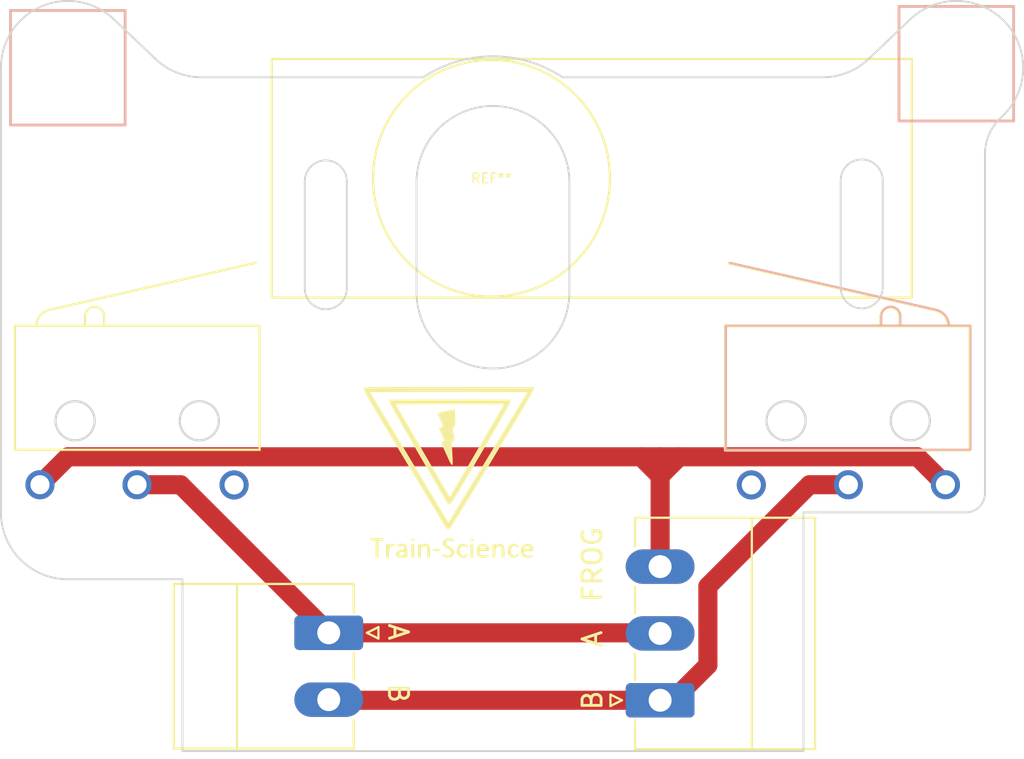
<source format=kicad_pcb>
(kicad_pcb (version 20240108) (generator "pcbnew") (generator_version "8.0")
  (layers (0 "F.Cu" signal) (31 "B.Cu" signal) (34 "B.Paste" user) (35 "F.Paste" user) (36 "B.SilkS" user "B.Silkscreen") (37 "F.SilkS" user "F.Silkscreen") (38 "B.Mask" user) (39 "F.Mask" user) (44 "Edge.Cuts" user))
  (net 0 "")
  (net 1 "/B")
  (net 2 "/COM")
  (net 3 "/A")
  (footprint "Connector_Phoenix_MC:PhoenixContact_MC_1,5_3-G-3.5_1x03_P3.50mm_Horizontal" (layer "F.Cu") (at 136.5 99.338 90)
    (property "Reference" "J1" (hide yes))
    (property "Value" "Screw_Terminal_01x03")
    (fp_line (start 0.3 -2.6) (end 0 -2) (stroke (width 0.12)) (layer "F.SilkS"))
    (fp_line (start -0.3 -2.6) (end 0.3 -2.6) (stroke (width 0.12)) (layer "F.SilkS"))
    (fp_line (start 0 -2) (end -0.3 -2.6) (stroke (width 0.12)) (layer "F.SilkS"))
    (fp_line (start 9.56 -1.31) (end 8.05 -1.31) (stroke (width 0.12)) (layer "F.SilkS"))
    (fp_line (start 4.55 -1.31) (end 5.95 -1.31) (stroke (width 0.12)) (layer "F.SilkS"))
    (fp_line (start 1.05 -1.31) (end 2.45 -1.31) (stroke (width 0.12)) (layer "F.SilkS"))
    (fp_line (start -2.56 -1.31) (end -1.05 -1.31) (stroke (width 0.12)) (layer "F.SilkS"))
    (fp_line (start -2.56 -1.31) (end -2.56 8.11) (stroke (width 0.12)) (layer "F.SilkS"))
    (fp_line (start -2.56 4.8) (end 9.56 4.8) (stroke (width 0.12)) (layer "F.SilkS"))
    (fp_line (start 9.56 8.11) (end 9.56 -1.31) (stroke (width 0.12)) (layer "F.SilkS"))
    (fp_line (start -2.56 8.11) (end 9.56 8.11) (stroke (width 0.12)) (layer "F.SilkS"))
    (pad "1" thru_hole roundrect (at 0 0 90) (size 1.8 3.6) (drill 1.2) (layers "*.Cu" "*.Mask") (roundrect_rratio 0.1388888889) (net 1 "/B"))
    (pad "2" thru_hole oval (at 3.5 0 90) (size 1.8 3.6) (drill 1.2) (layers "*.Cu" "*.Mask") (net 3 "/A"))
    (pad "3" thru_hole oval (at 7 0 90) (size 1.8 3.6) (drill 1.2) (layers "*.Cu" "*.Mask") (net 2 "/COM"))
  )
  (footprint "custom_kicad_lib_sk:mg90s" (layer "F.Cu") (at 127.674 72.5)
    (property "Reference" "REF**" (at 0 -0.5 0) (layer "F.SilkS") (effects (font (size 0.5 0.5) (thickness 0.075))))
    (property "Value" "mg90s")
    (fp_rect (start 22 -6.75) (end -11.5 5.75) (stroke (width 0.12)) (fill none) (layer "F.SilkS"))
    (fp_circle (center 0 -0.5) (end 6.1 0.6) (stroke (width 0.12)) (fill none) (layer "F.SilkS"))
  )
  (footprint "MountingHole:MountingHole_3.2mm_M3" (layer "F.Cu") (at 152 66.213)
    (property "Reference" "REF**" (hide yes))
    (property "Value" "MountingHole_3.2mm_M3")
    (pad "" np_thru_hole circle (at 0 0) (size 3.2 3.2) (drill 3.2) (layers "*.Cu" "*.Mask"))
  )
  (footprint "MountingHole:MountingHole_3.2mm_M3" (layer "F.Cu") (at 105.5 66.213)
    (property "Reference" "REF**" (hide yes))
    (property "Value" "MountingHole_3.2mm_M3")
    (pad "" np_thru_hole circle (at 0 0) (size 3.2 3.2) (drill 3.2) (layers "F&B.Cu" "*.Mask"))
  )
  (footprint "custom_kicad_lib_sk:limitSwitch" (layer "F.Cu") (at 109.122 87.5)
    (property "Reference" "SW502" (hide yes))
    (property "Value" "SW_SPDT" (hide yes))
    (fp_line (start -2.720099 -8.269901) (end -2.72 -7.78) (stroke (width 0.12)) (layer "F.SilkS"))
    (fp_line (start -1.719901 -8.269901) (end -1.72 -7.78) (stroke (width 0.12)) (layer "F.SilkS"))
    (fp_line (start 6.2 -11.07) (end -4.647619 -8.596171) (stroke (width 0.12)) (layer "F.SilkS"))
    (fp_rect (start 6.41 -1.28) (end -6.39 -7.78) (stroke (width 0.12)) (fill none) (layer "F.SilkS"))
    (fp_arc (start -5.259999 -7.79) (mid -5.086909 -8.294191) (end -4.647619 -8.596171) (stroke (width 0.12)) (layer "F.SilkS"))
    (fp_arc (start -2.720099 -8.269901) (mid -2.22 -8.77) (end -1.719901 -8.269901) (stroke (width 0.12)) (layer "F.SilkS"))
    (fp_circle (center -3.24 -2.8) (end -2.215 -2.8) (stroke (width 0.12)) (fill none) (layer "Edge.Cuts"))
    (fp_circle (center 3.26 -2.8) (end 4.285 -2.8) (stroke (width 0.12)) (fill none) (layer "Edge.Cuts"))
    (pad "1" thru_hole circle (at 5.08 0.56) (size 1.524 1.524) (drill 1) (layers "*.Cu" "*.Mask"))
    (pad "2" thru_hole circle (at -5.08 0.55) (size 1.524 1.524) (drill 1) (layers "*.Cu" "*.Mask") (net 2 "/COM"))
    (pad "3" thru_hole circle (at 0 0.55) (size 1.524 1.524) (drill 1) (layers "*.Cu" "*.Mask") (net 3 "/A"))
  )
  (footprint "Connector_Phoenix_MC:PhoenixContact_MC_1,5_2-G-3.5_1x02_P3.50mm_Horizontal" (layer "F.Cu") (at 119.156 95.806 -90)
    (property "Reference" "J2" (hide yes))
    (property "Value" "Screw_Terminal_01x02")
    (fp_line (start -2.56 8.11) (end 6.06 8.11) (stroke (width 0.12)) (layer "F.SilkS"))
    (fp_line (start 6.06 8.11) (end 6.06 -1.31) (stroke (width 0.12)) (layer "F.SilkS"))
    (fp_line (start -2.56 4.8) (end 6.06 4.8) (stroke (width 0.12)) (layer "F.SilkS"))
    (fp_line (start -2.56 -1.31) (end -2.56 8.11) (stroke (width 0.12)) (layer "F.SilkS"))
    (fp_line (start -2.56 -1.31) (end -1.05 -1.31) (stroke (width 0.12)) (layer "F.SilkS"))
    (fp_line (start 1.05 -1.31) (end 2.45 -1.31) (stroke (width 0.12)) (layer "F.SilkS"))
    (fp_line (start 6.06 -1.31) (end 4.55 -1.31) (stroke (width 0.12)) (layer "F.SilkS"))
    (fp_line (start 0 -2) (end -0.3 -2.6) (stroke (width 0.12)) (layer "F.SilkS"))
    (fp_line (start -0.3 -2.6) (end 0.3 -2.6) (stroke (width 0.12)) (layer "F.SilkS"))
    (fp_line (start 0.3 -2.6) (end 0 -2) (stroke (width 0.12)) (layer "F.SilkS"))
    (pad "1" thru_hole roundrect (at 0 0 270) (size 1.8 3.6) (drill 1.2) (layers "*.Cu" "*.Mask") (roundrect_rratio 0.1388888889) (net 3 "/A"))
    (pad "2" thru_hole oval (at 3.5 0 270) (size 1.8 3.6) (drill 1.2) (layers "*.Cu" "*.Mask") (net 1 "/B"))
  )
  (footprint "custom_kicad_lib_sk:Train-Science logo small" (layer "F.Cu") (at 125.5 87.5)
    (property "Reference" "G***" (hide yes))
    (property "Value" "LOGO" (hide yes))
    (fp_poly (pts (xy -1.867174 4.3782) (xy -2.028137 4.3782) (xy -2.028137 3.637769) (xy -1.867174 3.637769)) (fill solid) (layer "F.SilkS"))
    (fp_poly (pts (xy 1.223321 4.3782) (xy 1.062357 4.3782) (xy 1.062357 3.637769) (xy 1.223321 3.637769)) (fill solid) (layer "F.SilkS"))
    (fp_poly (pts (xy -1.879051 3.365565) (xy -1.85507 3.397528) (xy -1.848957 3.467248) (xy -1.897497 3.5033) (xy -1.951794 3.508999) (xy -2.01104 3.497959) (xy -2.024208 3.453786) (xy -2.022328 3.436565) (xy -1.991057 3.378361) (xy -1.934811 3.352714)) (fill solid) (layer "F.SilkS"))
    (fp_poly (pts (xy 1.211443 3.365565) (xy 1.235424 3.397528) (xy 1.241537 3.467248) (xy 1.192998 3.5033) (xy 1.1387 3.508999) (xy 1.079454 3.497959) (xy 1.066286 3.453786) (xy 1.068167 3.436565) (xy 1.099438 3.378361) (xy 1.155683 3.352714)) (fill solid) (layer "F.SilkS"))
    (fp_poly (pts (xy -0.612737 3.9006) (xy -0.533283 3.922266) (xy -0.490713 3.961014) (xy -0.488845 3.967744) (xy -0.490951 3.998166) (xy -0.520453 4.01526) (xy -0.590351 4.022672) (xy -0.689781 4.024081) (xy -0.808268 4.020841) (xy -0.874379 4.009353) (xy -0.899883 3.986965) (xy -0.901394 3.976406) (xy -0.873403 3.933919) (xy -0.802697 3.906845) (xy -0.709175 3.895599)) (fill solid) (layer "F.SilkS"))
    (fp_poly (pts (xy -3.669632 3.34866) (xy -3.559722 3.351709) (xy -3.492918 3.358945) (xy -3.458582 3.372129) (xy -3.446076 3.393024) (xy -3.444613 3.412421) (xy -3.454092 3.452657) (xy -3.493451 3.471683) (xy -3.579073 3.476782) (xy -3.58948 3.476806) (xy -3.734347 3.476806) (xy -3.734347 4.3782) (xy -3.89531 4.3782) (xy -3.89531 3.480334) (xy -4.047936 3.470522) (xy -4.148526 3.457408) (xy -4.198923 3.431105) (xy -4.21126 3.404373) (xy -4.210399 3.380588) (xy -4.190335 3.364589) (xy -4.140901 3.354863) (xy -4.051928 3.349892) (xy -3.91325 3.348161) (xy -3.833286 3.348036)) (fill solid) (layer "F.SilkS"))
    (fp_poly (pts (xy -3.20706 3.649174) (xy -3.187072 3.671095) (xy -3.167366 3.687977) (xy -3.124803 3.671095) (xy -3.032476 3.639196) (xy -2.952967 3.641074) (xy -2.904379 3.674259) (xy -2.897338 3.702155) (xy -2.912873 3.749633) (xy -2.970283 3.766013) (xy -2.992091 3.76654) (xy -3.08017 3.784752) (xy -3.139695 3.843818) (xy -3.1741 3.950385) (xy -3.18682 4.1111) (xy -3.187072 4.143919) (xy -3.188151 4.264488) (xy -3.194538 4.33444) (xy -3.210963 4.367539) (xy -3.242154 4.377549) (xy -3.267554 4.3782) (xy -3.348035 4.3782) (xy -3.348035 3.637769) (xy -3.267554 3.637769)) (fill solid) (layer "F.SilkS"))
    (fp_poly (pts (xy 3.456146 3.654371) (xy 3.543105 3.697368) (xy 3.592791 3.756548) (xy 3.594178 3.814197) (xy 3.572895 3.852981) (xy 3.542199 3.843557) (xy 3.513841 3.819211) (xy 3.424501 3.7745) (xy 3.322943 3.773442) (xy 3.238538 3.81626) (xy 3.237661 3.817129) (xy 3.201357 3.890078) (xy 3.187495 3.994878) (xy 3.196074 4.103032) (xy 3.227095 4.186043) (xy 3.237661 4.198841) (xy 3.321639 4.242246) (xy 3.423161 4.241772) (xy 3.512857 4.197642) (xy 3.513841 4.196759) (xy 3.559116 4.162129) (xy 3.582547 4.174932) (xy 3.594178 4.201773) (xy 3.589623 4.267108) (xy 3.534669 4.324764) (xy 3.443265 4.364981) (xy 3.341993 4.3782) (xy 3.23693 4.364144) (xy 3.150524 4.312169) (xy 3.116435 4.280323) (xy 3.06227 4.220957) (xy 3.03476 4.166703) (xy 3.027277 4.094215) (xy 3.032787 3.985733) (xy 3.063239 3.823108) (xy 3.128926 3.713042) (xy 3.232557 3.652527) (xy 3.346264 3.637769)) (fill solid) (layer "F.SilkS"))
    (fp_poly (pts (xy 0.784156 3.654371) (xy 0.871115 3.697368) (xy 0.920801 3.756548) (xy 0.922188 3.814197) (xy 0.900905 3.852981) (xy 0.870209 3.843557) (xy 0.841851 3.819211) (xy 0.752511 3.7745) (xy 0.650954 3.773442) (xy 0.566548 3.81626) (xy 0.565671 3.817129) (xy 0.529974 3.888454) (xy 0.515171 3.998249) (xy 0.515082 4.007985) (xy 0.527932 4.119813) (xy 0.562192 4.195116) (xy 0.565671 4.198841) (xy 0.649649 4.242246) (xy 0.751171 4.241772) (xy 0.840868 4.197642) (xy 0.841851 4.196759) (xy 0.887126 4.162129) (xy 0.910558 4.174932) (xy 0.922188 4.201773) (xy 0.917633 4.267108) (xy 0.862679 4.324764) (xy 0.771275 4.364981) (xy 0.670003 4.3782) (xy 0.56494 4.364144) (xy 0.478534 4.312169) (xy 0.444446 4.280323) (xy 0.39028 4.220957) (xy 0.36277 4.166703) (xy 0.355287 4.094215) (xy 0.360798 3.985733) (xy 0.391249 3.823108) (xy 0.456936 3.713042) (xy 0.560567 3.652527) (xy 0.674274 3.637769)) (fill solid) (layer "F.SilkS"))
    (fp_poly (pts (xy -2.40532 3.645768) (xy -2.326525 3.67613) (xy -2.275297 3.738404) (xy -2.245189 3.842138) (xy -2.22975 3.996881) (xy -2.226439 4.069661) (xy -2.215488 4.366149) (xy -2.45432 4.371021) (xy -2.611055 4.367821) (xy -2.715337 4.349617) (xy -2.763052 4.326932) (xy -2.817997 4.253657) (xy -2.8318 4.157537) (xy -2.826579 4.141434) (xy -2.663371 4.141434) (xy -2.661178 4.198977) (xy -2.617211 4.235887) (xy -2.541587 4.248708) (xy -2.462907 4.236034) (xy -2.420887 4.210799) (xy -2.387663 4.147033) (xy -2.382256 4.110009) (xy -2.391113 4.070273) (xy -2.429399 4.05887) (xy -2.5002 4.066989) (xy -2.611613 4.096669) (xy -2.663371 4.141434) (xy -2.826579 4.141434) (xy -2.80241 4.066887) (xy -2.783578 4.04369) (xy -2.714915 4.000608) (xy -2.611053 3.960717) (xy -2.500848 3.933723) (xy -2.438593 3.927683) (xy -2.39073 3.905832) (xy -2.389171 3.848663) (xy -2.411779 3.801951) (xy -2.44845 3.775964) (xy -2.522247 3.768689) (xy -2.620538 3.77548) (xy -2.726931 3.782973) (xy -2.782746 3.776184) (xy -2.800575 3.753278) (xy -2.80076 3.74925) (xy -2.770723 3.693209) (xy -2.685633 3.655257) (xy -2.553023 3.638364) (xy -2.518132 3.637769)) (fill solid) (layer "F.SilkS"))
    (fp_poly (pts (xy 0.08045 3.363771) (xy 0.163476 3.40824) (xy 0.193154 3.477335) (xy 0.193156 3.477939) (xy 0.170182 3.528914) (xy 0.121334 3.539789) (xy 0.080482 3.508999) (xy 0.032611 3.483439) (xy -0.047363 3.477888) (xy -0.130866 3.490818) (xy -0.189325 3.520703) (xy -0.191874 3.52355) (xy -0.21804 3.596183) (xy -0.180966 3.673245) (xy -0.081544 3.753443) (xy -0.004028 3.796699) (xy 0.136108 3.882305) (xy 0.216714 3.971193) (xy 0.24249 4.071135) (xy 0.223825 4.173564) (xy 0.164082 4.275535) (xy 0.095495 4.330471) (xy -0.018443 4.366535) (xy -0.150995 4.376193) (xy -0.274362 4.359597) (xy -0.346956 4.328086) (xy -0.40363 4.272052) (xy -0.419312 4.22251) (xy -0.394108 4.195068) (xy -0.346071 4.199064) (xy -0.197064 4.233359) (xy -0.075009 4.242002) (xy 0.005829 4.224264) (xy 0.015788 4.217493) (xy 0.061853 4.14537) (xy 0.055341 4.062595) (xy 0.002818 3.983964) (xy -0.089151 3.924271) (xy -0.119083 3.913566) (xy -0.188092 3.877866) (xy -0.269912 3.816568) (xy -0.288095 3.800264) (xy -0.365715 3.694707) (xy -0.385703 3.587357) (xy -0.353625 3.488715) (xy -0.27505 3.409279) (xy -0.155545 3.359551) (xy -0.048289 3.348036)) (fill solid) (layer "F.SilkS"))
    (fp_poly (pts (xy -1.179743 3.652213) (xy -1.106639 3.700519) (xy -1.060135 3.79015) (xy -1.036075 3.928568) (xy -1.030165 4.092808) (xy -1.03083 4.228722) (xy -1.035174 4.312734) (xy -1.046716 4.357328) (xy -1.068976 4.374987) (xy -1.105476 4.378194) (xy -1.110646 4.3782) (xy -1.150723 4.375415) (xy -1.174641 4.358257) (xy -1.186568 4.313522) (xy -1.190674 4.228007) (xy -1.191128 4.123292) (xy -1.193501 3.995739) (xy -1.199781 3.889366) (xy -1.208712 3.82384) (xy -1.210669 3.817462) (xy -1.256725 3.775444) (xy -1.33462 3.771399) (xy -1.424149 3.805399) (xy -1.441506 3.816654) (xy -1.477783 3.84892) (xy -1.499291 3.893461) (xy -1.50977 3.966262) (xy -1.512958 4.083304) (xy -1.513054 4.122485) (xy -1.513927 4.249664) (xy -1.519311 4.325642) (xy -1.533355 4.363601) (xy -1.560209 4.376724) (xy -1.593536 4.3782) (xy -1.674018 4.3782) (xy -1.674018 4.007985) (xy -1.67363 3.849262) (xy -1.670933 3.743962) (xy -1.663621 3.681124) (xy -1.649392 3.649787) (xy -1.625943 3.638988) (xy -1.596219 3.637769) (xy -1.53075 3.652507) (xy -1.503665 3.67801) (xy -1.482168 3.702107) (xy -1.446255 3.67801) (xy -1.387205 3.651219) (xy -1.298048 3.63805) (xy -1.283604 3.637769)) (fill solid) (layer "F.SilkS"))
    (fp_poly (pts (xy 1.874086 3.665419) (xy 1.97554 3.737669) (xy 2.042702 3.838471) (xy 2.06033 3.925027) (xy 2.06033 4.024081) (xy 1.802788 4.024081) (xy 1.674253 4.025517) (xy 1.597198 4.031892) (xy 1.558746 4.046313) (xy 1.54602 4.071882) (xy 1.545247 4.086167) (xy 1.568914 4.17496) (xy 1.641552 4.227168) (xy 1.76562 4.244072) (xy 1.841189 4.240295) (xy 1.949653 4.233706) (xy 2.007504 4.2403) (xy 2.027535 4.262067) (xy 2.028137 4.269376) (xy 1.999657 4.321331) (xy 1.925454 4.357024) (xy 1.822384 4.375338) (xy 1.707304 4.375154) (xy 1.597069 4.355354) (xy 1.508536 4.31482) (xy 1.495586 4.304705) (xy 1.430456 4.223779) (xy 1.397139 4.110586) (xy 1.393087 4.07989) (xy 1.397067 3.908) (xy 1.412373 3.869557) (xy 1.545247 3.869557) (xy 1.574363 3.883662) (xy 1.649466 3.893017) (xy 1.722307 3.895311) (xy 1.819283 3.891076) (xy 1.883595 3.880152) (xy 1.899366 3.869557) (xy 1.87055 3.814477) (xy 1.797044 3.776712) (xy 1.722307 3.76654) (xy 1.627639 3.783306) (xy 1.562731 3.826073) (xy 1.545247 3.869557) (xy 1.412373 3.869557) (xy 1.449928 3.775233) (xy 1.548716 3.685192) (xy 1.690478 3.641482) (xy 1.755377 3.637769)) (fill solid) (layer "F.SilkS"))
    (fp_poly (pts (xy 2.715567 3.652213) (xy 2.788671 3.700519) (xy 2.835175 3.79015) (xy 2.859236 3.928568) (xy 2.865146 4.092808) (xy 2.86448 4.228722) (xy 2.860137 4.312734) (xy 2.848595 4.357328) (xy 2.826334 4.374987) (xy 2.789834 4.378194) (xy 2.784664 4.3782) (xy 2.744587 4.375415) (xy 2.72067 4.358257) (xy 2.708742 4.313522) (xy 2.704637 4.228007) (xy 2.704183 4.123292) (xy 2.70181 3.995739) (xy 2.69553 3.889366) (xy 2.686599 3.82384) (xy 2.684642 3.817462) (xy 2.638586 3.775444) (xy 2.56069 3.771399) (xy 2.471162 3.805399) (xy 2.453804 3.816654) (xy 2.417528 3.84892) (xy 2.396019 3.893461) (xy 2.385541 3.966262) (xy 2.382352 4.083304) (xy 2.382256 4.122485) (xy 2.381383 4.249664) (xy 2.375999 4.325642) (xy 2.361955 4.363601) (xy 2.335101 4.376724) (xy 2.301774 4.3782) (xy 2.221293 4.3782) (xy 2.221293 4.007985) (xy 2.22168 3.849262) (xy 2.224378 3.743962) (xy 2.231689 3.681124) (xy 2.245918 3.649787) (xy 2.269368 3.638988) (xy 2.299092 3.637769) (xy 2.364561 3.652507) (xy 2.391646 3.67801) (xy 2.413142 3.702107) (xy 2.449056 3.67801) (xy 2.508105 3.651219) (xy 2.597263 3.63805) (xy 2.611707 3.637769)) (fill solid) (layer "F.SilkS"))
    (fp_poly (pts (xy 4.191957 3.665419) (xy 4.293411 3.737669) (xy 4.360573 3.838471) (xy 4.3782 3.925027) (xy 4.3782 4.024081) (xy 4.120659 4.024081) (xy 3.992123 4.025517) (xy 3.915069 4.031892) (xy 3.876617 4.046313) (xy 3.86389 4.071882) (xy 3.863118 4.086167) (xy 3.886785 4.17496) (xy 3.959423 4.227168) (xy 4.083491 4.244072) (xy 4.15906 4.240295) (xy 4.267524 4.233706) (xy 4.325375 4.2403) (xy 4.345405 4.262067) (xy 4.346008 4.269376) (xy 4.317527 4.321331) (xy 4.243324 4.357024) (xy 4.140255 4.375338) (xy 4.025174 4.375154) (xy 3.91494 4.355354) (xy 3.826407 4.31482) (xy 3.813457 4.304705) (xy 3.748327 4.223779) (xy 3.71501 4.110586) (xy 3.710957 4.07989) (xy 3.714938 3.908) (xy 3.730244 3.869557) (xy 3.863118 3.869557) (xy 3.892233 3.883662) (xy 3.967337 3.893017) (xy 4.040178 3.895311) (xy 4.137154 3.891076) (xy 4.201466 3.880152) (xy 4.217237 3.869557) (xy 4.188421 3.814477) (xy 4.114915 3.776712) (xy 4.040178 3.76654) (xy 3.945509 3.783306) (xy 3.880602 3.826073) (xy 3.863118 3.869557) (xy 3.730244 3.869557) (xy 3.767799 3.775233) (xy 3.866587 3.685192) (xy 4.008349 3.641482) (xy 4.073248 3.637769)) (fill solid) (layer "F.SilkS"))
    (fp_poly (pts (xy 0.250482 -3.398018) (xy 0.258312 -3.360431) (xy 0.266207 -3.271171) (xy 0.273323 -3.142944) (xy 0.278815 -2.988455) (xy 0.279494 -2.961822) (xy 0.283147 -2.79102) (xy 0.28333 -2.672993) (xy 0.27842 -2.596159) (xy 0.266793 -2.548934) (xy 0.246824 -2.519735) (xy 0.216889 -2.496979) (xy 0.214047 -2.495112) (xy 0.177374 -2.463714) (xy 0.157846 -2.420729) (xy 0.155167 -2.353836) (xy 0.169042 -2.250716) (xy 0.199173 -2.099046) (xy 0.20399 -2.076426) (xy 0.234196 -1.927607) (xy 0.248081 -1.829473) (xy 0.244797 -1.770209) (xy 0.223496 -1.738003) (xy 0.183328 -1.721039) (xy 0.178383 -1.719762) (xy 0.093995 -1.698582) (xy 0.113104 -1.340229) (xy 0.122361 -1.168329) (xy 0.13182 -0.9955) (xy 0.140114 -0.846597) (xy 0.144094 -0.776804) (xy 0.147732 -0.616402) (xy 0.136399 -0.518612) (xy 0.110043 -0.48341) (xy 0.068612 -0.510774) (xy 0.012053 -0.600683) (xy -0.036281 -0.70019) (xy -0.094889 -0.829583) (xy -0.151819 -0.955614) (xy -0.192615 -1.046261) (xy -0.235959 -1.142058) (xy -0.293724 -1.268625) (xy -0.352412 -1.396402) (xy -0.410483 -1.535855) (xy -0.432862 -1.630868) (xy -0.419591 -1.690556) (xy -0.370712 -1.724039) (xy -0.353957 -1.729118) (xy -0.302087 -1.746117) (xy -0.289734 -1.754248) (xy -0.301976 -1.787815) (xy -0.333966 -1.863803) (xy -0.378601 -1.966115) (xy -0.428778 -2.078653) (xy -0.477393 -2.185319) (xy -0.517132 -2.269582) (xy -0.553917 -2.350924) (xy -0.561542 -2.396199) (xy -0.540994 -2.426228) (xy -0.525165 -2.438593) (xy -0.452176 -2.472508) (xy -0.412351 -2.478834) (xy -0.36338 -2.484926) (xy -0.354119 -2.492061) (xy -0.366789 -2.526986) (xy -0.400137 -2.60474) (xy -0.447168 -2.710013) (xy -0.500888 -2.827498) (xy -0.554304 -2.941887) (xy -0.600421 -3.037873) (xy -0.630486 -3.096942) (xy -0.659596 -3.160107) (xy -0.65177 -3.193594) (xy -0.620583 -3.213855) (xy -0.53333 -3.246777) (xy -0.395236 -3.27925) (xy -0.273637 -3.301207) (xy -0.190498 -3.31751) (xy -0.07335 -3.34338) (xy 0.027233 -3.367139) (xy 0.134416 -3.389945) (xy 0.215087 -3.40089)) (fill solid) (layer "F.SilkS"))
    (fp_poly (pts (xy 3.179239 -3.830925) (xy 3.169077 -3.796052) (xy 3.134748 -3.721875) (xy 3.075339 -3.60678) (xy 2.989941 -3.449155) (xy 2.877641 -3.24739) (xy 2.737526 -2.999872) (xy 2.568687 -2.704989) (xy 2.370211 -2.361128) (xy 2.141187 -1.966679) (xy 1.880703 -1.52003) (xy 1.631778 -1.09455) (xy 1.368647 -0.645596) (xy 1.135907 -0.249143) (xy 0.93161 0.097982) (xy 0.753807 0.398953) (xy 0.60055 0.656942) (xy 0.469891 0.875124) (xy 0.359881 1.05667) (xy 0.268572 1.204755) (xy 0.194014 1.322552) (xy 0.134261 1.413233) (xy 0.087362 1.479973) (xy 0.051371 1.525943) (xy 0.024337 1.554318) (xy 0.004314 1.568271) (xy -0.004969 1.571019) (xy -0.078828 1.563333) (xy -0.118283 1.538827) (xy -0.138767 1.505458) (xy -0.189191 1.420294) (xy -0.267262 1.287274) (xy -0.370688 1.110339) (xy -0.497173 0.893428) (xy -0.644426 0.640482) (xy -0.810153 0.355441) (xy -0.99206 0.042244) (xy -1.187855 -0.295169) (xy -1.395243 -0.652857) (xy -1.611932 -1.02688) (xy -1.660439 -1.110646) (xy -1.943382 -1.600038) (xy -2.194371 -2.035755) (xy -2.414343 -2.419476) (xy -2.604234 -2.752877) (xy -2.764981 -3.037634) (xy -2.89752 -3.275425) (xy -3.002787 -3.467927) (xy -3.081719 -3.616816) (xy -3.100264 -3.653866) (xy -2.831057 -3.653866) (xy -1.427803 -1.229825) (xy -1.217976 -0.867944) (xy -1.017222 -0.522838) (xy -0.827885 -0.198474) (xy -0.652308 0.101185) (xy -0.492836 0.372174) (xy -0.351814 0.61053) (xy -0.231586 0.812287) (xy -0.134496 0.973481) (xy -0.062889 1.090149) (xy -0.019109 1.158326) (xy -0.005551 1.175218) (xy 0.013203 1.145197) (xy 0.062076 1.063637) (xy 0.138687 0.934577) (xy 0.240658 0.762061) (xy 0.365609 0.55013) (xy 0.511161 0.302826) (xy 0.674935 0.02419) (xy 0.854552 -0.281735) (xy 1.047632 -0.610908) (xy 1.251797 -0.959287) (xy 1.421346 -1.248823) (xy 2.829247 -3.653866) (xy 1.414623 -3.662249) (xy 1.04211 -3.663984) (xy 0.624153 -3.665121) (xy 0.179691 -3.665659) (xy -0.272337 -3.665598) (xy -0.712992 -3.664938) (xy -1.123334 -3.663678) (xy -1.415529 -3.662249) (xy -2.831057 -3.653866) (xy -3.100264 -3.653866) (xy -3.135253 -3.723769) (xy -3.164325 -3.790463) (xy -3.17064 -3.814829) (xy -3.170976 -3.911407) (xy 3.170976 -3.911407)) (fill solid) (layer "F.SilkS"))
    (fp_poly (pts (xy -2.177236 -4.566716) (xy -1.724771 -4.566214) (xy -1.217326 -4.565463) (xy -0.651718 -4.564501) (xy -0.055144 -4.563421) (xy 4.394297 -4.55526) (xy 4.402412 -4.474778) (xy 4.392766 -4.444092) (xy 4.360546 -4.377472) (xy 4.304831 -4.273357) (xy 4.224701 -4.130187) (xy 4.119236 -3.9464) (xy 3.987517 -3.720436) (xy 3.828623 -3.450735) (xy 3.641634 -3.135735) (xy 3.425631 -2.773875) (xy 3.179692 -2.363596) (xy 2.902899 -1.903335) (xy 2.594331 -1.391532) (xy 2.253068 -0.826627) (xy 2.210681 -0.756527) (xy 1.892208 -0.230049) (xy 1.605234 0.243951) (xy 1.348069 0.66817) (xy 1.119028 1.045302) (xy 0.916421 1.378044) (xy 0.738561 1.669091) (xy 0.583761 1.921141) (xy 0.450332 2.136888) (xy 0.336586 2.319029) (xy 0.240836 2.470259) (xy 0.161394 2.593274) (xy 0.096573 2.690771) (xy 0.044683 2.765444) (xy 0.004038 2.819991) (xy -0.02705 2.857107) (xy -0.05027 2.879488) (xy -0.067308 2.88983) (xy -0.073048 2.891234) (xy -0.156237 2.877194) (xy -0.204854 2.826849) (xy -0.227047 2.790521) (xy -0.280348 2.702298) (xy -0.362758 2.565508) (xy -0.47228 2.383476) (xy -0.606914 2.159531) (xy -0.764662 1.897) (xy -0.943527 1.599208) (xy -1.141509 1.269484) (xy -1.356611 0.911155) (xy -1.586834 0.527547) (xy -1.830181 0.121988) (xy -2.084652 -0.302196) (xy -2.348249 -0.741676) (xy -2.411808 -0.847656) (xy -2.72913 -1.377004) (xy -3.014693 -1.853894) (xy -3.270035 -2.280976) (xy -3.496692 -2.660897) (xy -3.696204 -2.996307) (xy -3.870107 -3.289854) (xy -4.01994 -3.544188) (xy -4.147239 -3.761957) (xy -4.253544 -3.94581) (xy -4.340391 -4.098397) (xy -4.409319 -4.222366) (xy -4.449721 -4.297718) (xy -4.178624 -4.297718) (xy -0.08088 2.532058) (xy 0.192957 2.079549) (xy 0.247331 1.989669) (xy 0.332405 1.84901) (xy 0.445566 1.661887) (xy 0.584205 1.43262) (xy 0.74571 1.165527) (xy 0.92747 0.864926) (xy 1.126875 0.535135) (xy 1.341313 0.180472) (xy 1.568173 -0.194744) (xy 1.804844 -0.586196) (xy 2.048716 -0.989564) (xy 2.257763 -1.33534) (xy 4.048733 -4.297718) (xy 1.992174 -4.306003) (xy 1.548356 -4.307468) (xy 1.05587 -4.308526) (xy 0.530432 -4.309176) (xy -0.012241 -4.309419) (xy -0.556433 -4.309254) (xy -1.086428 -4.308682) (xy -1.58651 -4.307702) (xy -2.040962 -4.306315) (xy -2.121505 -4.306003) (xy -4.178624 -4.297718) (xy -4.449721 -4.297718) (xy -4.461864 -4.320365) (xy -4.499566 -4.395045) (xy -4.523961 -4.449053) (xy -4.536588 -4.485039) (xy -4.538984 -4.505651) (xy -4.537712 -4.509683) (xy -4.531875 -4.518362) (xy -4.522005 -4.526181) (xy -4.504918 -4.533179) (xy -4.47743 -4.539392) (xy -4.436357 -4.54486) (xy -4.378514 -4.549621) (xy -4.300717 -4.553712) (xy -4.199782 -4.557172) (xy -4.072525 -4.560039) (xy -3.915762 -4.562352) (xy -3.726308 -4.564148) (xy -3.50098 -4.565466) (xy -3.236592 -4.566343) (xy -2.929962 -4.566818) (xy -2.577905 -4.56693)) (fill solid) (layer "F.SilkS"))
  )
  (footprint "custom_kicad_lib_sk:limitSwitch" (layer "B.Cu") (at 146.353 87.5 180)
    (property "Reference" "SW501" (hide yes))
    (property "Value" "SW_SPDT" (hide yes))
    (fp_line (start 6.2 11.07) (end -4.647619 8.596171) (stroke (width 0.12)) (layer "B.SilkS"))
    (fp_line (start -1.719901 8.269901) (end -1.72 7.78) (stroke (width 0.12)) (layer "B.SilkS"))
    (fp_line (start -2.720099 8.269901) (end -2.72 7.78) (stroke (width 0.12)) (layer "B.SilkS"))
    (fp_rect (start 6.41 1.28) (end -6.39 7.78) (stroke (width 0.12)) (fill none) (layer "B.SilkS"))
    (fp_arc (start -1.719901 8.269901) (mid -2.22 8.77) (end -2.720099 8.269901) (stroke (width 0.12)) (layer "B.SilkS"))
    (fp_arc (start -4.647619 8.596171) (mid -5.086909 8.294191) (end -5.259999 7.79) (stroke (width 0.12)) (layer "B.SilkS"))
    (fp_circle (center 3.26 2.8) (end 4.285 2.8) (stroke (width 0.12)) (fill none) (layer "Edge.Cuts"))
    (fp_circle (center -3.24 2.8) (end -2.215 2.8) (stroke (width 0.12)) (fill none) (layer "Edge.Cuts"))
    (pad "1" thru_hole circle (at 5.08 -0.56 180) (size 1.524 1.524) (drill 1) (layers "*.Cu" "*.Mask"))
    (pad "2" thru_hole circle (at -5.08 -0.55 180) (size 1.524 1.524) (drill 1) (layers "*.Cu" "*.Mask") (net 2 "/COM"))
    (pad "3" thru_hole circle (at 0 -0.55 180) (size 1.524 1.524) (drill 1) (layers "*.Cu" "*.Mask") (net 1 "/B"))
  )
  (gr_rect (start 108.5 63.213) (end 108.5 69.213) (stroke (width 0.15)) (fill none) (layer "B.SilkS"))
  (gr_rect (start 149 69) (end 155 69) (stroke (width 0.15)) (fill none) (layer "B.SilkS"))
  (gr_rect (start 155 63) (end 155 69) (stroke (width 0.15)) (fill none) (layer "B.SilkS"))
  (gr_rect (start 102.5 63.213) (end 108.5 63.213) (stroke (width 0.15)) (fill none) (layer "B.SilkS"))
  (gr_rect (start 149 63) (end 155 63) (stroke (width 0.15)) (fill none) (layer "B.SilkS"))
  (gr_rect (start 102.5 69.213) (end 108.5 69.213) (stroke (width 0.15)) (fill none) (layer "B.SilkS"))
  (gr_rect (start 149 63) (end 149 69) (stroke (width 0.15)) (fill none) (layer "B.SilkS"))
  (gr_rect (start 102.5 63.213) (end 102.5 69.213) (stroke (width 0.15)) (fill none) (layer "B.SilkS"))
  (gr_line (start 149.040099 79.250099) (end 149.04 79.74) (stroke (width 0.15)) (layer "F.SilkS"))
  (gr_rect (start 139.91 79.74) (end 152.71 86.24) (stroke (width 0.15)) (fill none) (layer "F.SilkS"))
  (gr_arc (start 148.039901 79.250099) (mid 148.54 78.75) (end 149.040099 79.250099) (stroke (width 0.15)) (layer "F.SilkS"))
  (gr_arc (start 150.967619 78.92383) (mid 151.406908 79.22581) (end 151.579998 79.73) (stroke (width 0.15)) (layer "F.SilkS"))
  (gr_line (start 148.039901 79.250099) (end 148.04 79.74) (stroke (width 0.15)) (layer "F.SilkS"))
  (gr_line (start 150.967619 78.923829) (end 140.12 76.45) (stroke (width 0.15)) (layer "F.SilkS"))
  (gr_line (start 105.5 93) (end 111.5 93) (stroke (width 0.1)) (layer "Edge.Cuts"))
  (gr_arc (start 105.5 93) (mid 103.025126 91.974874) (end 102 89.5) (stroke (width 0.1)) (layer "Edge.Cuts"))
  (gr_line (start 144 89.5) (end 152.5 89.5) (stroke (width 0.1)) (layer "Edge.Cuts"))
  (gr_arc (start 145.95 72.113) (mid 147.05 71.013) (end 148.15 72.113) (stroke (width 0.1)) (layer "Edge.Cuts"))
  (gr_arc (start 152 62.713) (mid 154.474874 63.738126) (end 155.5 66.213) (stroke (width 0.1)) (layer "Edge.Cuts"))
  (gr_line (start 153.5 70.75) (end 153.5 88.5) (stroke (width 0.1)) (layer "Edge.Cuts"))
  (gr_line (start 120.1 72.163) (end 120.1 77.763) (stroke (width 0.1)) (layer "Edge.Cuts"))
  (gr_line (start 117.9 77.763) (end 117.9 72.163) (stroke (width 0.1)) (layer "Edge.Cuts"))
  (gr_arc (start 117.9 72.163) (mid 119 71.063) (end 120.1 72.163) (stroke (width 0.1)) (layer "Edge.Cuts"))
  (gr_line (start 112.5 66.713) (end 124.1 66.713001) (stroke (width 0.1)) (layer "Edge.Cuts"))
  (gr_line (start 144 102) (end 111.5 102) (stroke (width 0.1)) (layer "Edge.Cuts"))
  (gr_line (start 111.5 93) (end 111.5 102) (stroke (width 0.1)) (layer "Edge.Cuts"))
  (gr_line (start 154.271281 68.887963) (end 154.474874 68.687874) (stroke (width 0.1)) (layer "Edge.Cuts"))
  (gr_arc (start 149.525126 63.738126) (mid 150.660608 62.979421) (end 152 62.713) (stroke (width 0.1)) (layer "Edge.Cuts"))
  (gr_arc (start 124.1 66.713001) (mid 127.75 65.612054) (end 131.4 66.713001) (stroke (width 0.1)) (layer "Edge.Cuts"))
  (gr_arc (start 155.5 66.213) (mid 155.233579 67.552392) (end 154.474874 68.687874) (stroke (width 0.1)) (layer "Edge.Cuts"))
  (gr_line (start 144 102) (end 144 89.5) (stroke (width 0.1)) (layer "Edge.Cuts"))
  (gr_arc (start 147.474874 65.687874) (mid 146.339392 66.446579) (end 145 66.713) (stroke (width 0.1)) (layer "Edge.Cuts"))
  (gr_arc (start 120.1 77.763) (mid 119 78.863) (end 117.9 77.763) (stroke (width 0.1)) (layer "Edge.Cuts"))
  (gr_arc (start 153.5 88.5) (mid 153.207107 89.207107) (end 152.5 89.5) (stroke (width 0.1)) (layer "Edge.Cuts"))
  (gr_arc (start 123.75 72.213) (mid 127.75 68.213) (end 131.75 72.213) (stroke (width 0.1)) (layer "Edge.Cuts"))
  (gr_line (start 145.95 77.713) (end 145.95 72.113) (stroke (width 0.1)) (layer "Edge.Cuts"))
  (gr_arc (start 102 66.213) (mid 103.025126 63.738126) (end 105.5 62.713) (stroke (width 0.1)) (layer "Edge.Cuts"))
  (gr_arc (start 153.5 70.75) (mid 153.700449 69.742273) (end 154.271281 68.887963) (stroke (width 0.1)) (layer "Edge.Cuts"))
  (gr_line (start 123.75 77.961) (end 123.75 72.213) (stroke (width 0.1)) (layer "Edge.Cuts"))
  (gr_line (start 107.974874 63.738126) (end 110.025126 65.687874) (stroke (width 0.1)) (layer "Edge.Cuts"))
  (gr_arc (start 105.5 62.713) (mid 106.839392 62.979422) (end 107.974874 63.738126) (stroke (width 0.1)) (layer "Edge.Cuts"))
  (gr_line (start 131.75 72.213) (end 131.75 77.961) (stroke (width 0.1)) (layer "Edge.Cuts"))
  (gr_line (start 131.4 66.713001) (end 145 66.713) (stroke (width 0.1)) (layer "Edge.Cuts"))
  (gr_arc (start 131.75 77.961) (mid 127.75 81.961) (end 123.75 77.961) (stroke (width 0.1)) (layer "Edge.Cuts"))
  (gr_arc (start 112.5 66.713) (mid 111.160608 66.446578) (end 110.025126 65.687874) (stroke (width 0.1)) (layer "Edge.Cuts"))
  (gr_line (start 147.474874 65.687874) (end 149.525126 63.738126) (stroke (width 0.1)) (layer "Edge.Cuts"))
  (gr_line (start 148.15 72.113) (end 148.15 77.713) (stroke (width 0.1)) (layer "Edge.Cuts"))
  (gr_line (start 102 89.5) (end 102 66.213) (stroke (width 0.1)) (layer "Edge.Cuts"))
  (gr_arc (start 148.15 77.713) (mid 147.05 78.813) (end 145.95 77.713) (stroke (width 0.1)) (layer "Edge.Cuts"))
  (gr_text "B   A  FROG" (at 133.541 99.941 90) (layer "F.SilkS") (effects (font (size 1 1)) (justify left bottom)))
  (gr_text "A   B" (at 122.204 97.401 270) (layer "F.SilkS") (effects (font (size 1 1)) (justify bottom)))
  (segment (start 139 93.368629) (end 139 97.5) (width 1) (layer "F.Cu") (net 1))
  (segment (start 146.353 88.05) (end 144.318629 88.05) (width 1) (layer "F.Cu") (net 1))
  (segment (start 137.162 99.338) (end 136.5 99.338) (width 1) (layer "F.Cu") (net 1))
  (segment (start 144.318629 88.05) (end 139 93.368629) (width 1) (layer "F.Cu") (net 1))
  (segment (start 139 97.5) (end 137.162 99.338) (width 1) (layer "F.Cu") (net 1))
  (segment (start 119.188 99.338) (end 119.156 99.306) (width 1) (layer "F.Cu") (net 1))
  (segment (start 136.5 99.338) (end 119.188 99.338) (width 1) (layer "F.Cu") (net 1))
  (segment (start 149.971 86.588) (end 151.433 88.05) (width 1) (layer "F.Cu") (net 2))
  (segment (start 136.5 87.5) (end 136.412 87.5) (width 1) (layer "F.Cu") (net 2))
  (segment (start 105.504 86.588) (end 135.5 86.588) (width 1) (layer "F.Cu") (net 2))
  (segment (start 136.412 87.5) (end 135.5 86.588) (width 1) (layer "F.Cu") (net 2))
  (segment (start 135.5 86.588) (end 136.5 86.588) (width 1) (layer "F.Cu") (net 2))
  (segment (start 104.042 88.05) (end 105.504 86.588) (width 1) (layer "F.Cu") (net 2))
  (segment (start 136.412 87.5) (end 136.588 87.5) (width 1) (layer "F.Cu") (net 2))
  (segment (start 136.5 86.588) (end 137.5 86.588) (width 1) (layer "F.Cu") (net 2))
  (segment (start 136.5 87.5) (end 136.5 86.588) (width 1) (layer "F.Cu") (net 2))
  (segment (start 136.5 92.338) (end 136.5 87.5) (width 1) (layer "F.Cu") (net 2))
  (segment (start 136.588 87.5) (end 137.5 86.588) (width 1) (layer "F.Cu") (net 2))
  (segment (start 137.5 86.588) (end 149.971 86.588) (width 1) (layer "F.Cu") (net 2))
  (segment (start 119.156 95.806) (end 136.468 95.806) (width 1) (layer "F.Cu") (net 3))
  (segment (start 109.122 88.05) (end 111.4 88.05) (width 1) (layer "F.Cu") (net 3))
  (segment (start 111.4 88.05) (end 119.156 95.806) (width 1) (layer "F.Cu") (net 3))
  (segment (start 136.468 95.806) (end 136.5 95.838) (width 1) (layer "F.Cu") (net 3))
)
</source>
